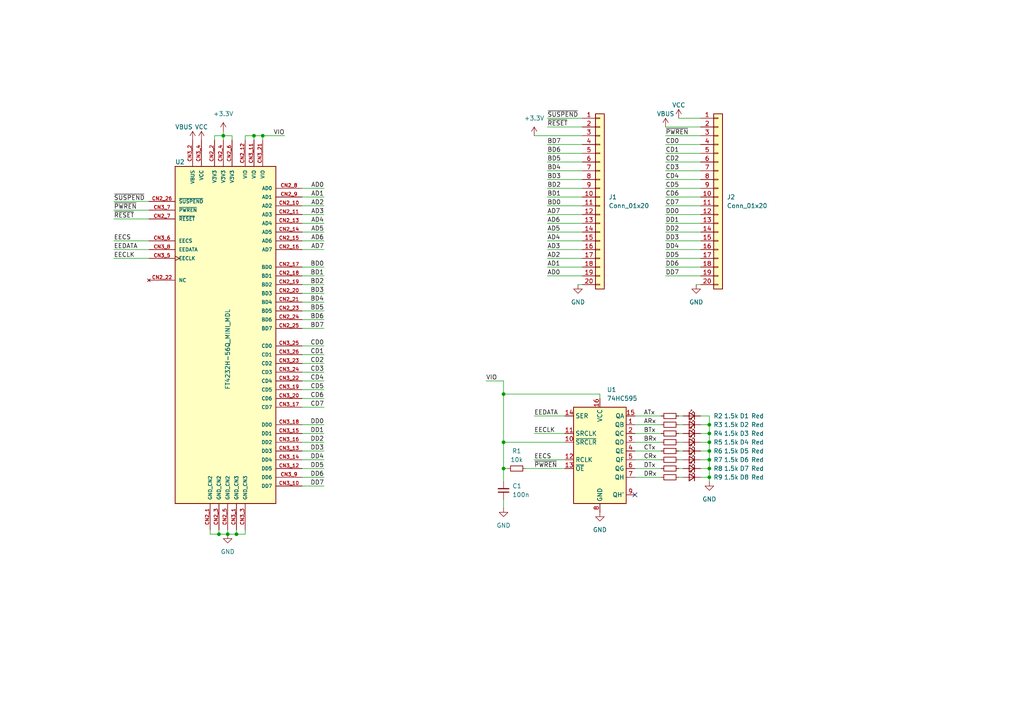
<source format=kicad_sch>
(kicad_sch (version 20211123) (generator eeschema)
  (paper "A4")
  (title_block (title "FT4232H Mini Module Breakout") (date "2023-06-19") (rev "A") (comment 2 "<REPO-URL>") (comment 3 "Licensed under CERN-OHL-W v2") (comment 4 "Copyright © 2022 Adrien Kohlbecker"))
  (lib_symbols
    (symbol "74xx:74HC595"
      (property "Reference" "U" (at -7.62 13.97 0))
      (property "Value" "74HC595" (at -7.62 -16.51 0))
      (symbol "74HC595_1_0"
        (pin tri_state line (at 10.16 7.62 180) (length 2.54) (name "QB") (number "1"))
        (pin input line (at -10.16 2.54 0) (length 2.54) (name "~{SRCLR}") (number "10"))
        (pin input line (at -10.16 5.08 0) (length 2.54) (name "SRCLK") (number "11"))
        (pin input line (at -10.16 -2.54 0) (length 2.54) (name "RCLK") (number "12"))
        (pin input line (at -10.16 -5.08 0) (length 2.54) (name "~{OE}") (number "13"))
        (pin input line (at -10.16 10.16 0) (length 2.54) (name "SER") (number "14"))
        (pin tri_state line (at 10.16 10.16 180) (length 2.54) (name "QA") (number "15"))
        (pin power_in line (at 0 15.24 270) (length 2.54) (name "VCC") (number "16"))
        (pin tri_state line (at 10.16 5.08 180) (length 2.54) (name "QC") (number "2"))
        (pin tri_state line (at 10.16 2.54 180) (length 2.54) (name "QD") (number "3"))
        (pin tri_state line (at 10.16 0 180) (length 2.54) (name "QE") (number "4"))
        (pin tri_state line (at 10.16 -2.54 180) (length 2.54) (name "QF") (number "5"))
        (pin tri_state line (at 10.16 -5.08 180) (length 2.54) (name "QG") (number "6"))
        (pin tri_state line (at 10.16 -7.62 180) (length 2.54) (name "QH") (number "7"))
        (pin power_in line (at 0 -17.78 90) (length 2.54) (name "GND") (number "8"))
        (pin output line (at 10.16 -12.7 180) (length 2.54) (name "QH'") (number "9"))
      )
      (symbol "74HC595_1_1"
        (rectangle (start -7.62 12.7) (end 7.62 -15.24) (stroke (width 0.254)) (fill (type background)))
      )
    )
    (symbol "Connector_Generic:Conn_01x20" (pin_names (offset 1.016) hide)
      (property "Reference" "J" (at 0 25.4 0))
      (property "Value" "Conn_01x20" (at 0 -27.94 0))
      (symbol "Conn_01x20_1_1"
        (rectangle (start -1.27 -25.273) (end 0 -25.527) (stroke (width 0.1524)))
        (rectangle (start -1.27 -22.733) (end 0 -22.987) (stroke (width 0.1524)))
        (rectangle (start -1.27 -20.193) (end 0 -20.447) (stroke (width 0.1524)))
        (rectangle (start -1.27 -17.653) (end 0 -17.907) (stroke (width 0.1524)))
        (rectangle (start -1.27 -15.113) (end 0 -15.367) (stroke (width 0.1524)))
        (rectangle (start -1.27 -12.573) (end 0 -12.827) (stroke (width 0.1524)))
        (rectangle (start -1.27 -10.033) (end 0 -10.287) (stroke (width 0.1524)))
        (rectangle (start -1.27 -7.493) (end 0 -7.747) (stroke (width 0.1524)))
        (rectangle (start -1.27 -4.953) (end 0 -5.207) (stroke (width 0.1524)))
        (rectangle (start -1.27 -2.413) (end 0 -2.667) (stroke (width 0.1524)))
        (rectangle (start -1.27 0.127) (end 0 -0.127) (stroke (width 0.1524)))
        (rectangle (start -1.27 2.667) (end 0 2.413) (stroke (width 0.1524)))
        (rectangle (start -1.27 5.207) (end 0 4.953) (stroke (width 0.1524)))
        (rectangle (start -1.27 7.747) (end 0 7.493) (stroke (width 0.1524)))
        (rectangle (start -1.27 10.287) (end 0 10.033) (stroke (width 0.1524)))
        (rectangle (start -1.27 12.827) (end 0 12.573) (stroke (width 0.1524)))
        (rectangle (start -1.27 15.367) (end 0 15.113) (stroke (width 0.1524)))
        (rectangle (start -1.27 17.907) (end 0 17.653) (stroke (width 0.1524)))
        (rectangle (start -1.27 20.447) (end 0 20.193) (stroke (width 0.1524)))
        (rectangle (start -1.27 22.987) (end 0 22.733) (stroke (width 0.1524)))
        (rectangle (start -1.27 24.13) (end 1.27 -26.67) (stroke (width 0.254)) (fill (type background)))
        (pin passive line (at -5.08 22.86 0) (length 3.81) (name "Pin_1") (number "1"))
        (pin passive line (at -5.08 0 0) (length 3.81) (name "Pin_10") (number "10"))
        (pin passive line (at -5.08 -2.54 0) (length 3.81) (name "Pin_11") (number "11"))
        (pin passive line (at -5.08 -5.08 0) (length 3.81) (name "Pin_12") (number "12"))
        (pin passive line (at -5.08 -7.62 0) (length 3.81) (name "Pin_13") (number "13"))
        (pin passive line (at -5.08 -10.16 0) (length 3.81) (name "Pin_14") (number "14"))
        (pin passive line (at -5.08 -12.7 0) (length 3.81) (name "Pin_15") (number "15"))
        (pin passive line (at -5.08 -15.24 0) (length 3.81) (name "Pin_16") (number "16"))
        (pin passive line (at -5.08 -17.78 0) (length 3.81) (name "Pin_17") (number "17"))
        (pin passive line (at -5.08 -20.32 0) (length 3.81) (name "Pin_18") (number "18"))
        (pin passive line (at -5.08 -22.86 0) (length 3.81) (name "Pin_19") (number "19"))
        (pin passive line (at -5.08 20.32 0) (length 3.81) (name "Pin_2") (number "2"))
        (pin passive line (at -5.08 -25.4 0) (length 3.81) (name "Pin_20") (number "20"))
        (pin passive line (at -5.08 17.78 0) (length 3.81) (name "Pin_3") (number "3"))
        (pin passive line (at -5.08 15.24 0) (length 3.81) (name "Pin_4") (number "4"))
        (pin passive line (at -5.08 12.7 0) (length 3.81) (name "Pin_5") (number "5"))
        (pin passive line (at -5.08 10.16 0) (length 3.81) (name "Pin_6") (number "6"))
        (pin passive line (at -5.08 7.62 0) (length 3.81) (name "Pin_7") (number "7"))
        (pin passive line (at -5.08 5.08 0) (length 3.81) (name "Pin_8") (number "8"))
        (pin passive line (at -5.08 2.54 0) (length 3.81) (name "Pin_9") (number "9"))
      )
    )
    (symbol "Device:C_Small" (pin_numbers hide) (pin_names (offset 0.254) hide)
      (property "Reference" "C" (at 0.254 1.778 0))
      (property "Value" "C_Small" (at 0.254 -2.032 0))
      (symbol "C_Small_0_1"
        (polyline (pts (xy -1.524 -0.508) (xy 1.524 -0.508)) (stroke (width 0.3302)))
        (polyline (pts (xy -1.524 0.508) (xy 1.524 0.508)) (stroke (width 0.3048)))
      )
      (symbol "C_Small_1_1"
        (pin passive line (at 0 2.54 270) (length 2.032) (name "~") (number "1"))
        (pin passive line (at 0 -2.54 90) (length 2.032) (name "~") (number "2"))
      )
    )
    (symbol "Device:LED_Small" (pin_numbers hide) (pin_names (offset 0.254) hide)
      (property "Reference" "D" (at -1.27 3.175 0))
      (property "Value" "LED_Small" (at -4.445 -2.54 0))
      (symbol "LED_Small_0_1"
        (polyline (pts (xy -0.762 -1.016) (xy -0.762 1.016)) (stroke (width 0.254)))
        (polyline (pts (xy 1.016 0) (xy -0.762 0)))
        (polyline (pts (xy 0.762 -1.016) (xy -0.762 0) (xy 0.762 1.016) (xy 0.762 -1.016)) (stroke (width 0.254)))
        (polyline (pts (xy 0 0.762) (xy -0.508 1.27) (xy -0.254 1.27) (xy -0.508 1.27) (xy -0.508 1.016)))
        (polyline (pts (xy 0.508 1.27) (xy 0 1.778) (xy 0.254 1.778) (xy 0 1.778) (xy 0 1.524)))
      )
      (symbol "LED_Small_1_1"
        (pin passive line (at -2.54 0 0) (length 1.778) (name "K") (number "1"))
        (pin passive line (at 2.54 0 180) (length 1.778) (name "A") (number "2"))
      )
    )
    (symbol "Device:R_Small" (pin_numbers hide) (pin_names (offset 0.254) hide)
      (property "Reference" "R" (at 0.762 0.508 0))
      (property "Value" "R_Small" (at 0.762 -1.016 0))
      (symbol "R_Small_0_1"
        (rectangle (start -0.762 1.778) (end 0.762 -1.778) (stroke (width 0.2032)))
      )
      (symbol "R_Small_1_1"
        (pin passive line (at 0 2.54 270) (length 0.762) (name "~") (number "1"))
        (pin passive line (at 0 -2.54 90) (length 0.762) (name "~") (number "2"))
      )
    )
    (symbol "ft4232h_mini_module:FT4232H-56Q_MINI_MDL" (pin_names (offset 1.016))
      (property "Reference" "U" (at -21.59 21.59 0))
      (property "Value" "FT4232H-56Q_MINI_MDL" (at 0 -36.83 90))
      (symbol "FT4232H-56Q_MINI_MDL_1_0"
        (rectangle (start -16.51 20.32) (end 12.7 -77.47) (stroke (width 0.254)) (fill (type background)))
        (pin power_out line (at -6.35 -85.09 90) (length 7.62) (name "GND_CN2") (number "CN2_1"))
        (pin bidirectional line (at 20.32 8.89 180) (length 7.62) (name "AD2") (number "CN2_10"))
        (pin bidirectional line (at 20.32 6.35 180) (length 7.62) (name "AD3") (number "CN2_11"))
        (pin power_out line (at 3.81 27.94 270) (length 7.62) (name "VIO") (number "CN2_12"))
        (pin bidirectional line (at 20.32 3.81 180) (length 7.62) (name "AD4") (number "CN2_13"))
        (pin bidirectional line (at 20.32 1.27 180) (length 7.62) (name "AD5") (number "CN2_14"))
        (pin bidirectional line (at 20.32 -1.27 180) (length 7.62) (name "AD6") (number "CN2_15"))
        (pin bidirectional line (at 20.32 -3.81 180) (length 7.62) (name "AD7") (number "CN2_16"))
        (pin bidirectional line (at 20.32 -8.89 180) (length 7.62) (name "BD0") (number "CN2_17"))
        (pin bidirectional line (at 20.32 -11.43 180) (length 7.62) (name "BD1") (number "CN2_18"))
        (pin bidirectional line (at 20.32 -13.97 180) (length 7.62) (name "BD2") (number "CN2_19"))
        (pin power_out line (at -5.08 27.94 270) (length 7.62) (name "V3V3") (number "CN2_2"))
        (pin bidirectional line (at 20.32 -16.51 180) (length 7.62) (name "BD3") (number "CN2_20"))
        (pin bidirectional line (at 20.32 -19.05 180) (length 7.62) (name "BD4") (number "CN2_21"))
        (pin no_connect line (at -24.13 -12.7 0) (length 7.62) (name "NC") (number "CN2_22"))
        (pin bidirectional line (at 20.32 -21.59 180) (length 7.62) (name "BD5") (number "CN2_23"))
        (pin bidirectional line (at 20.32 -24.13 180) (length 7.62) (name "BD6") (number "CN2_24"))
        (pin bidirectional line (at 20.32 -26.67 180) (length 7.62) (name "BD7") (number "CN2_25"))
        (pin output line (at -24.13 10.16 0) (length 7.62) (name "~{SUSPEND}") (number "CN2_26"))
        (pin passive line (at -3.81 -85.09 90) (length 7.62) (name "GND_CN2") (number "CN2_3"))
        (pin passive line (at -2.54 27.94 270) (length 7.62) (name "V3V3") (number "CN2_4"))
        (pin passive line (at -1.27 -85.09 90) (length 7.62) (name "GND_CN2") (number "CN2_5"))
        (pin passive line (at 0 27.94 270) (length 7.62) (name "V3V3") (number "CN2_6"))
        (pin input line (at -24.13 5.08 0) (length 7.62) (name "~{RESET}") (number "CN2_7"))
        (pin bidirectional line (at 20.32 13.97 180) (length 7.62) (name "AD0") (number "CN2_8"))
        (pin bidirectional line (at 20.32 11.43 180) (length 7.62) (name "AD1") (number "CN2_9"))
        (pin passive line (at 1.27 -85.09 90) (length 7.62) (name "GND_CN3") (number "CN3_1"))
        (pin bidirectional line (at 20.32 -72.39 180) (length 7.62) (name "DD7") (number "CN3_10"))
        (pin passive line (at 6.35 27.94 270) (length 7.62) (name "VIO") (number "CN3_11"))
        (pin bidirectional line (at 20.32 -67.31 180) (length 7.62) (name "DD5") (number "CN3_12"))
        (pin bidirectional line (at 20.32 -62.23 180) (length 7.62) (name "DD3") (number "CN3_13"))
        (pin bidirectional line (at 20.32 -64.77 180) (length 7.62) (name "DD4") (number "CN3_14"))
        (pin bidirectional line (at 20.32 -57.15 180) (length 7.62) (name "DD1") (number "CN3_15"))
        (pin bidirectional line (at 20.32 -59.69 180) (length 7.62) (name "DD2") (number "CN3_16"))
        (pin bidirectional line (at 20.32 -49.53 180) (length 7.62) (name "CD7") (number "CN3_17"))
        (pin bidirectional line (at 20.32 -54.61 180) (length 7.62) (name "DD0") (number "CN3_18"))
        (pin bidirectional line (at 20.32 -44.45 180) (length 7.62) (name "CD5") (number "CN3_19"))
        (pin power_out line (at -11.43 27.94 270) (length 7.62) (name "VBUS") (number "CN3_2"))
        (pin bidirectional line (at 20.32 -46.99 180) (length 7.62) (name "CD6") (number "CN3_20"))
        (pin passive line (at 8.89 27.94 270) (length 7.62) (name "VIO") (number "CN3_21"))
        (pin bidirectional line (at 20.32 -41.91 180) (length 7.62) (name "CD4") (number "CN3_22"))
        (pin bidirectional line (at 20.32 -36.83 180) (length 7.62) (name "CD2") (number "CN3_23"))
        (pin bidirectional line (at 20.32 -39.37 180) (length 7.62) (name "CD3") (number "CN3_24"))
        (pin bidirectional line (at 20.32 -31.75 180) (length 7.62) (name "CD0") (number "CN3_25"))
        (pin bidirectional line (at 20.32 -34.29 180) (length 7.62) (name "CD1") (number "CN3_26"))
        (pin passive line (at 3.81 -85.09 90) (length 7.62) (name "GND_CN3") (number "CN3_3"))
        (pin power_out line (at -8.89 27.94 270) (length 7.62) (name "VCC") (number "CN3_4"))
        (pin output clock (at -24.13 -6.35 0) (length 7.62) (name "EECLK") (number "CN3_5"))
        (pin output line (at -24.13 -1.27 0) (length 7.62) (name "EECS") (number "CN3_6"))
        (pin output line (at -24.13 7.62 0) (length 7.62) (name "~{PWREN}") (number "CN3_7"))
        (pin tri_state line (at -24.13 -3.81 0) (length 7.62) (name "EEDATA") (number "CN3_8"))
        (pin bidirectional line (at 20.32 -69.85 180) (length 7.62) (name "DD6") (number "CN3_9"))
      )
    )
    (symbol "power:+3.3V" (power) (pin_names (offset 0))
      (property "Value" "+3.3V" (at 0 3.556 0))
      (symbol "+3.3V_0_1"
        (polyline (pts (xy -0.762 1.27) (xy 0 2.54)))
        (polyline (pts (xy 0 0) (xy 0 2.54)))
        (polyline (pts (xy 0 2.54) (xy 0.762 1.27)))
      )
      (symbol "+3.3V_1_1"
        (pin power_in line (at 0 0 90) (length 0) hide (name "+3.3V") (number "1"))
      )
    )
    (symbol "power:GND" (power) (pin_names (offset 0))
      (property "Value" "GND" (at 0 -3.81 0))
      (symbol "GND_0_1"
        (polyline (pts (xy 0 0) (xy 0 -1.27) (xy 1.27 -1.27) (xy 0 -2.54) (xy -1.27 -1.27) (xy 0 -1.27)))
      )
      (symbol "GND_1_1"
        (pin power_in line (at 0 0 270) (length 0) hide (name "GND") (number "1"))
      )
    )
    (symbol "power:VBUS" (power) (pin_names (offset 0))
      (property "Value" "VBUS" (at 0 3.81 0))
      (symbol "VBUS_0_1"
        (polyline (pts (xy -0.762 1.27) (xy 0 2.54)))
        (polyline (pts (xy 0 0) (xy 0 2.54)))
        (polyline (pts (xy 0 2.54) (xy 0.762 1.27)))
      )
      (symbol "VBUS_1_1"
        (pin power_in line (at 0 0 90) (length 0) hide (name "VBUS") (number "1"))
      )
    )
    (symbol "power:VCC" (power) (pin_names (offset 0))
      (property "Value" "VCC" (at 0 3.81 0))
      (symbol "VCC_0_1"
        (polyline (pts (xy -0.762 1.27) (xy 0 2.54)))
        (polyline (pts (xy 0 0) (xy 0 2.54)))
        (polyline (pts (xy 0 2.54) (xy 0.762 1.27)))
      )
      (symbol "VCC_1_1"
        (pin power_in line (at 0 0 90) (length 0) hide (name "VCC") (number "1"))
      )
    )
  )
  (junction (at 66.04 154.94))
  (junction (at 146.05 128.27))
  (junction (at 205.74 125.73))
  (junction (at 76.2 39.37))
  (junction (at 68.58 154.94))
  (junction (at 73.66 39.37))
  (junction (at 205.74 130.81))
  (junction (at 205.74 123.19))
  (junction (at 64.77 39.37))
  (junction (at 205.74 135.89))
  (junction (at 205.74 133.35))
  (junction (at 146.05 135.89))
  (junction (at 63.5 154.94))
  (junction (at 205.74 138.43))
  (junction (at 205.74 128.27))
  (junction (at 146.05 114.3))
  (no_connect (at 184.15 143.51))
  (wire (pts (xy 184.15 133.35) (xy 191.77 133.35)))
  (wire (pts (xy 203.2 69.85) (xy 193.04 69.85)))
  (wire (pts (xy 87.63 95.25) (xy 93.98 95.25)))
  (wire (pts (xy 68.58 154.94) (xy 68.58 153.67)))
  (wire (pts (xy 146.05 128.27) (xy 146.05 135.89)))
  (wire (pts (xy 87.63 123.19) (xy 93.98 123.19)))
  (wire (pts (xy 87.63 115.57) (xy 93.98 115.57)))
  (wire (pts (xy 205.74 120.65) (xy 205.74 123.19)))
  (wire (pts (xy 87.63 77.47) (xy 93.98 77.47)))
  (wire (pts (xy 87.63 102.87) (xy 93.98 102.87)))
  (wire (pts (xy 73.66 39.37) (xy 73.66 40.64)))
  (wire (pts (xy 184.15 138.43) (xy 191.77 138.43)))
  (wire (pts (xy 168.91 44.45) (xy 158.75 44.45)))
  (wire (pts (xy 87.63 140.97) (xy 93.98 140.97)))
  (wire (pts (xy 87.63 67.31) (xy 93.98 67.31)))
  (wire (pts (xy 203.2 74.93) (xy 193.04 74.93)))
  (wire (pts (xy 203.2 57.15) (xy 193.04 57.15)))
  (wire (pts (xy 87.63 82.55) (xy 93.98 82.55)))
  (wire (pts (xy 203.2 49.53) (xy 193.04 49.53)))
  (wire (pts (xy 168.91 49.53) (xy 158.75 49.53)))
  (wire (pts (xy 146.05 144.78) (xy 146.05 147.32)))
  (wire (pts (xy 154.94 133.35) (xy 163.83 133.35)))
  (wire (pts (xy 33.02 58.42) (xy 43.18 58.42)))
  (wire (pts (xy 60.96 154.94) (xy 60.96 153.67)))
  (wire (pts (xy 168.91 64.77) (xy 158.75 64.77)))
  (wire (pts (xy 158.75 36.83) (xy 168.91 36.83)))
  (wire (pts (xy 87.63 80.01) (xy 93.98 80.01)))
  (wire (pts (xy 184.15 130.81) (xy 191.77 130.81)))
  (wire (pts (xy 63.5 154.94) (xy 60.96 154.94)))
  (wire (pts (xy 184.15 125.73) (xy 191.77 125.73)))
  (wire (pts (xy 146.05 110.49) (xy 146.05 114.3)))
  (wire (pts (xy 67.31 40.64) (xy 67.31 39.37)))
  (wire (pts (xy 196.85 130.81) (xy 198.12 130.81)))
  (wire (pts (xy 66.04 154.94) (xy 68.58 154.94)))
  (wire (pts (xy 203.2 82.55) (xy 201.93 82.55)))
  (wire (pts (xy 64.77 38.1) (xy 64.77 39.37)))
  (wire (pts (xy 203.2 120.65) (xy 205.74 120.65)))
  (wire (pts (xy 87.63 69.85) (xy 93.98 69.85)))
  (wire (pts (xy 71.12 154.94) (xy 71.12 153.67)))
  (wire (pts (xy 196.85 128.27) (xy 198.12 128.27)))
  (wire (pts (xy 203.2 46.99) (xy 193.04 46.99)))
  (wire (pts (xy 33.02 60.96) (xy 43.18 60.96)))
  (wire (pts (xy 168.91 59.69) (xy 158.75 59.69)))
  (wire (pts (xy 203.2 59.69) (xy 193.04 59.69)))
  (wire (pts (xy 146.05 114.3) (xy 173.99 114.3)))
  (wire (pts (xy 33.02 74.93) (xy 43.18 74.93)))
  (wire (pts (xy 87.63 130.81) (xy 93.98 130.81)))
  (wire (pts (xy 205.74 133.35) (xy 205.74 135.89)))
  (wire (pts (xy 184.15 128.27) (xy 191.77 128.27)))
  (wire (pts (xy 184.15 120.65) (xy 191.77 120.65)))
  (wire (pts (xy 87.63 105.41) (xy 93.98 105.41)))
  (wire (pts (xy 67.31 39.37) (xy 64.77 39.37)))
  (wire (pts (xy 154.94 125.73) (xy 163.83 125.73)))
  (wire (pts (xy 205.74 135.89) (xy 205.74 138.43)))
  (wire (pts (xy 203.2 62.23) (xy 193.04 62.23)))
  (wire (pts (xy 163.83 128.27) (xy 146.05 128.27)))
  (wire (pts (xy 82.55 39.37) (xy 76.2 39.37)))
  (wire (pts (xy 33.02 69.85) (xy 43.18 69.85)))
  (wire (pts (xy 203.2 77.47) (xy 193.04 77.47)))
  (wire (pts (xy 168.91 80.01) (xy 158.75 80.01)))
  (wire (pts (xy 76.2 39.37) (xy 76.2 40.64)))
  (wire (pts (xy 63.5 153.67) (xy 63.5 154.94)))
  (wire (pts (xy 205.74 138.43) (xy 205.74 139.7)))
  (wire (pts (xy 87.63 133.35) (xy 93.98 133.35)))
  (wire (pts (xy 196.85 135.89) (xy 198.12 135.89)))
  (wire (pts (xy 203.2 123.19) (xy 205.74 123.19)))
  (wire (pts (xy 168.91 57.15) (xy 158.75 57.15)))
  (wire (pts (xy 158.75 34.29) (xy 168.91 34.29)))
  (wire (pts (xy 87.63 138.43) (xy 93.98 138.43)))
  (wire (pts (xy 203.2 125.73) (xy 205.74 125.73)))
  (wire (pts (xy 168.91 62.23) (xy 158.75 62.23)))
  (wire (pts (xy 203.2 41.91) (xy 193.04 41.91)))
  (wire (pts (xy 62.23 39.37) (xy 62.23 40.64)))
  (wire (pts (xy 203.2 80.01) (xy 193.04 80.01)))
  (wire (pts (xy 196.85 138.43) (xy 198.12 138.43)))
  (wire (pts (xy 87.63 64.77) (xy 93.98 64.77)))
  (wire (pts (xy 203.2 72.39) (xy 193.04 72.39)))
  (wire (pts (xy 87.63 72.39) (xy 93.98 72.39)))
  (wire (pts (xy 168.91 41.91) (xy 158.75 41.91)))
  (wire (pts (xy 193.04 39.37) (xy 203.2 39.37)))
  (wire (pts (xy 146.05 135.89) (xy 146.05 139.7)))
  (wire (pts (xy 146.05 135.89) (xy 147.32 135.89)))
  (wire (pts (xy 196.85 125.73) (xy 198.12 125.73)))
  (wire (pts (xy 203.2 67.31) (xy 193.04 67.31)))
  (wire (pts (xy 33.02 63.5) (xy 43.18 63.5)))
  (wire (pts (xy 73.66 39.37) (xy 71.12 39.37)))
  (wire (pts (xy 203.2 54.61) (xy 193.04 54.61)))
  (wire (pts (xy 140.97 110.49) (xy 146.05 110.49)))
  (wire (pts (xy 66.04 154.94) (xy 63.5 154.94)))
  (wire (pts (xy 184.15 135.89) (xy 191.77 135.89)))
  (wire (pts (xy 64.77 39.37) (xy 62.23 39.37)))
  (wire (pts (xy 87.63 128.27) (xy 93.98 128.27)))
  (wire (pts (xy 87.63 125.73) (xy 93.98 125.73)))
  (wire (pts (xy 205.74 128.27) (xy 205.74 130.81)))
  (wire (pts (xy 196.85 123.19) (xy 198.12 123.19)))
  (wire (pts (xy 205.74 130.81) (xy 205.74 133.35)))
  (wire (pts (xy 87.63 87.63) (xy 93.98 87.63)))
  (wire (pts (xy 87.63 62.23) (xy 93.98 62.23)))
  (wire (pts (xy 87.63 92.71) (xy 93.98 92.71)))
  (wire (pts (xy 168.91 72.39) (xy 158.75 72.39)))
  (wire (pts (xy 205.74 123.19) (xy 205.74 125.73)))
  (wire (pts (xy 168.91 69.85) (xy 158.75 69.85)))
  (wire (pts (xy 168.91 67.31) (xy 158.75 67.31)))
  (wire (pts (xy 87.63 57.15) (xy 93.98 57.15)))
  (wire (pts (xy 87.63 113.03) (xy 93.98 113.03)))
  (wire (pts (xy 87.63 135.89) (xy 93.98 135.89)))
  (wire (pts (xy 203.2 133.35) (xy 205.74 133.35)))
  (wire (pts (xy 203.2 138.43) (xy 205.74 138.43)))
  (wire (pts (xy 154.94 120.65) (xy 163.83 120.65)))
  (wire (pts (xy 203.2 135.89) (xy 205.74 135.89)))
  (wire (pts (xy 196.85 120.65) (xy 198.12 120.65)))
  (wire (pts (xy 66.04 153.67) (xy 66.04 154.94)))
  (wire (pts (xy 87.63 54.61) (xy 93.98 54.61)))
  (wire (pts (xy 87.63 110.49) (xy 93.98 110.49)))
  (wire (pts (xy 203.2 130.81) (xy 205.74 130.81)))
  (wire (pts (xy 154.94 39.37) (xy 168.91 39.37)))
  (wire (pts (xy 168.91 46.99) (xy 158.75 46.99)))
  (wire (pts (xy 64.77 39.37) (xy 64.77 40.64)))
  (wire (pts (xy 146.05 114.3) (xy 146.05 128.27)))
  (wire (pts (xy 68.58 154.94) (xy 71.12 154.94)))
  (wire (pts (xy 205.74 125.73) (xy 205.74 128.27)))
  (wire (pts (xy 184.15 123.19) (xy 191.77 123.19)))
  (wire (pts (xy 203.2 44.45) (xy 193.04 44.45)))
  (wire (pts (xy 203.2 64.77) (xy 193.04 64.77)))
  (wire (pts (xy 33.02 72.39) (xy 43.18 72.39)))
  (wire (pts (xy 203.2 52.07) (xy 193.04 52.07)))
  (wire (pts (xy 87.63 100.33) (xy 93.98 100.33)))
  (wire (pts (xy 168.91 74.93) (xy 158.75 74.93)))
  (wire (pts (xy 87.63 90.17) (xy 93.98 90.17)))
  (wire (pts (xy 196.85 34.29) (xy 203.2 34.29)))
  (wire (pts (xy 71.12 39.37) (xy 71.12 40.64)))
  (wire (pts (xy 168.91 52.07) (xy 158.75 52.07)))
  (wire (pts (xy 87.63 118.11) (xy 93.98 118.11)))
  (wire (pts (xy 173.99 114.3) (xy 173.99 115.57)))
  (wire (pts (xy 168.91 77.47) (xy 158.75 77.47)))
  (wire (pts (xy 203.2 128.27) (xy 205.74 128.27)))
  (wire (pts (xy 152.4 135.89) (xy 163.83 135.89)))
  (wire (pts (xy 168.91 82.55) (xy 167.64 82.55)))
  (wire (pts (xy 193.04 36.83) (xy 203.2 36.83)))
  (wire (pts (xy 76.2 39.37) (xy 73.66 39.37)))
  (wire (pts (xy 87.63 107.95) (xy 93.98 107.95)))
  (wire (pts (xy 87.63 85.09) (xy 93.98 85.09)))
  (wire (pts (xy 87.63 59.69) (xy 93.98 59.69)))
  (wire (pts (xy 196.85 133.35) (xy 198.12 133.35)))
  (wire (pts (xy 168.91 54.61) (xy 158.75 54.61)))
  (label "CD2" (at 193.04 46.99 0))
  (label "CD2" (at 93.98 105.41 180))
  (label "EECLK" (at 33.02 74.93 0))
  (label "AD0" (at 158.75 80.01 0))
  (label "DD7" (at 93.98 140.97 180))
  (label "DD0" (at 193.04 62.23 0))
  (label "EEDATA" (at 33.02 72.39 0))
  (label "CTx" (at 186.69 130.81 0))
  (label "CD3" (at 193.04 49.53 0))
  (label "AD2" (at 158.75 74.93 0))
  (label "DTx" (at 186.69 135.89 0))
  (label "VIO" (at 140.97 110.49 0))
  (label "AD1" (at 93.98 57.15 180))
  (label "~{PWREN}" (at 154.94 135.89 0))
  (label "CD7" (at 193.04 59.69 0))
  (label "BD2" (at 158.75 54.61 0))
  (label "AD4" (at 158.75 69.85 0))
  (label "~{RESET}" (at 158.75 36.83 0))
  (label "CD1" (at 193.04 44.45 0))
  (label "BD4" (at 93.98 87.63 180))
  (label "AD3" (at 158.75 72.39 0))
  (label "CD0" (at 193.04 41.91 0))
  (label "CD4" (at 93.98 110.49 180))
  (label "CD5" (at 193.04 54.61 0))
  (label "DD2" (at 93.98 128.27 180))
  (label "DD0" (at 93.98 123.19 180))
  (label "CD3" (at 93.98 107.95 180))
  (label "BD5" (at 93.98 90.17 180))
  (label "EEDATA" (at 154.94 120.65 0))
  (label "VIO" (at 82.55 39.37 180))
  (label "BD6" (at 158.75 44.45 0))
  (label "AD4" (at 93.98 64.77 180))
  (label "BD7" (at 93.98 95.25 180))
  (label "BD6" (at 93.98 92.71 180))
  (label "AD6" (at 158.75 64.77 0))
  (label "AD3" (at 93.98 62.23 180))
  (label "EECS" (at 33.02 69.85 0))
  (label "BD0" (at 158.75 59.69 0))
  (label "BTx" (at 186.69 125.73 0))
  (label "CD1" (at 93.98 102.87 180))
  (label "AD7" (at 93.98 72.39 180))
  (label "CRx" (at 186.69 133.35 0))
  (label "ARx" (at 186.69 123.19 0))
  (label "BD3" (at 93.98 85.09 180))
  (label "BRx" (at 186.69 128.27 0))
  (label "DD5" (at 93.98 135.89 180))
  (label "DD2" (at 193.04 67.31 0))
  (label "BD3" (at 158.75 52.07 0))
  (label "CD0" (at 93.98 100.33 180))
  (label "DD4" (at 193.04 72.39 0))
  (label "CD5" (at 93.98 113.03 180))
  (label "DD5" (at 193.04 74.93 0))
  (label "DD3" (at 93.98 130.81 180))
  (label "AD5" (at 158.75 67.31 0))
  (label "BD2" (at 93.98 82.55 180))
  (label "~{SUSPEND}" (at 158.75 34.29 0))
  (label "BD1" (at 158.75 57.15 0))
  (label "~{PWREN}" (at 193.04 39.37 0))
  (label "CD6" (at 193.04 57.15 0))
  (label "DRx" (at 186.69 138.43 0))
  (label "DD3" (at 193.04 69.85 0))
  (label "DD6" (at 93.98 138.43 180))
  (label "EECLK" (at 154.94 125.73 0))
  (label "DD7" (at 193.04 80.01 0))
  (label "AD0" (at 93.98 54.61 180))
  (label "EECS" (at 154.94 133.35 0))
  (label "AD7" (at 158.75 62.23 0))
  (label "DD1" (at 193.04 64.77 0))
  (label "BD4" (at 158.75 49.53 0))
  (label "CD6" (at 93.98 115.57 180))
  (label "AD2" (at 93.98 59.69 180))
  (label "AD5" (at 93.98 67.31 180))
  (label "BD5" (at 158.75 46.99 0))
  (label "~{SUSPEND}" (at 33.02 58.42 0))
  (label "CD4" (at 193.04 52.07 0))
  (label "BD1" (at 93.98 80.01 180))
  (label "BD7" (at 158.75 41.91 0))
  (label "DD1" (at 93.98 125.73 180))
  (label "~{RESET}" (at 33.02 63.5 0))
  (label "~{PWREN}" (at 33.02 60.96 0))
  (label "CD7" (at 93.98 118.11 180))
  (label "DD4" (at 93.98 133.35 180))
  (label "DD6" (at 193.04 77.47 0))
  (label "AD1" (at 158.75 77.47 0))
  (label "ATx" (at 186.69 120.65 0))
  (label "BD0" (at 93.98 77.47 180))
  (label "AD6" (at 93.98 69.85 180))
  (symbol (lib_id "power:GND") (at 167.64 82.55 0) (mirror y) (unit 1)
    (property "Reference" "#PWR04" (effects hide))
    (property "Value" "GND" (at 167.64 87.63 0))
  )
  (symbol (lib_id "Device:R_Small") (at 194.31 123.19 90) (unit 1)
    (property "Reference" "R3" (at 208.28 123.19 90))
    (property "Value" "1.5k" (at 212.09 123.19 90))
    (property "Footprint" "Resistor_SMD:R_0805_2012Metric_Pad1.20x1.40mm_HandSolder" (effects hide))
  )
  (symbol (lib_id "Device:LED_Small") (at 200.66 133.35 0) (mirror y) (unit 1)
    (property "Reference" "D6" (at 215.9 133.35 0))
    (property "Value" "Red" (at 219.71 133.35 0))
    (property "Footprint" "LED_SMD:LED_0805_2012Metric_Pad1.15x1.40mm_HandSolder" (effects hide))
  )
  (symbol (lib_id "ft4232h_mini_module:FT4232H-56Q_MINI_MDL") (at 67.31 68.58 0) (unit 1)
    (property "Reference" "U2" (at 50.8 46.99 0) (effects (justify left)))
    (property "Value" "FT4232H-56Q_MINI_MDL" (at 66.04 113.03 90) (effects (justify left)))
    (property "Footprint" "ft4232h_mini_module:MODULE_FT4232H-56Q_MINI_MDL" (effects hide))
    (property "Datasheet" "https://nl.mouser.com/datasheet/2/163/DS_FT4232H-56Q_Mini_Module-1621263.pdf" (effects hide))
  )
  (symbol (lib_id "power:VCC") (at 58.42 40.64 0) (unit 1)
    (property "Reference" "#PWR0105" (effects hide))
    (property "Value" "VCC" (at 58.42 36.83 0))
  )
  (symbol (lib_id "Device:R_Small") (at 194.31 130.81 90) (unit 1)
    (property "Reference" "R6" (at 208.28 130.81 90))
    (property "Value" "1.5k" (at 212.09 130.81 90))
    (property "Footprint" "Resistor_SMD:R_0805_2012Metric_Pad1.20x1.40mm_HandSolder" (effects hide))
  )
  (symbol (lib_id "Device:R_Small") (at 194.31 135.89 90) (unit 1)
    (property "Reference" "R8" (at 208.28 135.89 90))
    (property "Value" "1.5k" (at 212.09 135.89 90))
    (property "Footprint" "Resistor_SMD:R_0805_2012Metric_Pad1.20x1.40mm_HandSolder" (effects hide))
  )
  (symbol (lib_id "Device:R_Small") (at 149.86 135.89 90) (mirror x) (unit 1)
    (property "Reference" "R1" (at 149.86 130.81 90))
    (property "Value" "10k" (at 149.86 133.35 90))
    (property "Footprint" "Resistor_SMD:R_0805_2012Metric_Pad1.20x1.40mm_HandSolder" (effects hide))
  )
  (symbol (lib_id "Device:LED_Small") (at 200.66 138.43 0) (mirror y) (unit 1)
    (property "Reference" "D8" (at 215.9 138.43 0))
    (property "Value" "Red" (at 219.71 138.43 0))
    (property "Footprint" "LED_SMD:LED_0805_2012Metric_Pad1.15x1.40mm_HandSolder" (effects hide))
  )
  (symbol (lib_id "Device:C_Small") (at 146.05 142.24 180) (unit 1)
    (property "Reference" "C1" (at 148.59 140.9635 0) (effects (justify right)))
    (property "Value" "100n" (at 148.59 143.5035 0) (effects (justify right)))
    (property "Footprint" "Capacitor_SMD:C_0805_2012Metric_Pad1.18x1.45mm_HandSolder" (effects hide))
  )
  (symbol (lib_id "Device:R_Small") (at 194.31 120.65 90) (unit 1)
    (property "Reference" "R2" (at 208.28 120.65 90))
    (property "Value" "1.5k" (at 212.09 120.65 90))
    (property "Footprint" "Resistor_SMD:R_0805_2012Metric_Pad1.20x1.40mm_HandSolder" (effects hide))
  )
  (symbol (lib_id "Device:LED_Small") (at 200.66 128.27 0) (mirror y) (unit 1)
    (property "Reference" "D4" (at 215.9 128.27 0))
    (property "Value" "Red" (at 219.71 128.27 0))
    (property "Footprint" "LED_SMD:LED_0805_2012Metric_Pad1.15x1.40mm_HandSolder" (effects hide))
  )
  (symbol (lib_id "Connector_Generic:Conn_01x20") (at 208.28 57.15 0) (unit 1)
    (property "Reference" "J2" (at 210.82 57.1499 0) (effects (justify left)))
    (property "Value" "Conn_01x20" (at 210.82 59.6899 0) (effects (justify left)))
    (property "Footprint" "Connector_PinHeader_2.54mm:PinHeader_1x20_P2.54mm_Vertical" (effects hide))
  )
  (symbol (lib_id "power:VCC") (at 196.85 34.29 0) (mirror y) (unit 1)
    (property "Reference" "#PWR06" (effects hide))
    (property "Value" "VCC" (at 196.85 30.48 0))
  )
  (symbol (lib_id "power:+3.3V") (at 154.94 39.37 0) (mirror y) (unit 1)
    (property "Reference" "#PWR03" (effects hide))
    (property "Value" "+3.3V" (at 154.94 34.29 0))
  )
  (symbol (lib_id "Device:LED_Small") (at 200.66 123.19 0) (mirror y) (unit 1)
    (property "Reference" "D2" (at 215.9 123.19 0))
    (property "Value" "Red" (at 219.71 123.19 0))
    (property "Footprint" "LED_SMD:LED_0805_2012Metric_Pad1.15x1.40mm_HandSolder" (effects hide))
  )
  (symbol (lib_id "power:VBUS") (at 55.88 40.64 0) (unit 1)
    (property "Reference" "#PWR0104" (effects hide))
    (property "Value" "VBUS" (at 53.34 36.83 0))
  )
  (symbol (lib_id "Connector_Generic:Conn_01x20") (at 173.99 57.15 0) (unit 1)
    (property "Reference" "J1" (at 176.53 57.1499 0) (effects (justify left)))
    (property "Value" "Conn_01x20" (at 176.53 59.6899 0) (effects (justify left)))
    (property "Footprint" "Connector_PinHeader_2.54mm:PinHeader_1x20_P2.54mm_Vertical" (effects hide))
  )
  (symbol (lib_id "Device:R_Small") (at 194.31 128.27 90) (unit 1)
    (property "Reference" "R5" (at 208.28 128.27 90))
    (property "Value" "1.5k" (at 212.09 128.27 90))
    (property "Footprint" "Resistor_SMD:R_0805_2012Metric_Pad1.20x1.40mm_HandSolder" (effects hide))
  )
  (symbol (lib_id "power:VBUS") (at 193.04 36.83 0) (mirror y) (unit 1)
    (property "Reference" "#PWR07" (effects hide))
    (property "Value" "VBUS" (at 193.04 33.02 0))
  )
  (symbol (lib_id "Device:LED_Small") (at 200.66 135.89 0) (mirror y) (unit 1)
    (property "Reference" "D7" (at 215.9 135.89 0))
    (property "Value" "Red" (at 219.71 135.89 0))
    (property "Footprint" "LED_SMD:LED_0805_2012Metric_Pad1.15x1.40mm_HandSolder" (effects hide))
  )
  (symbol (lib_id "power:+3.3V") (at 64.77 38.1 0) (unit 1)
    (property "Reference" "#PWR0103" (effects hide))
    (property "Value" "+3.3V" (at 64.77 33.02 0))
  )
  (symbol (lib_id "power:GND") (at 205.74 139.7 0) (unit 1)
    (property "Reference" "#PWR09" (effects hide))
    (property "Value" "GND" (at 205.74 144.78 0))
  )
  (symbol (lib_id "Device:LED_Small") (at 200.66 130.81 0) (mirror y) (unit 1)
    (property "Reference" "D5" (at 215.9 130.81 0))
    (property "Value" "Red" (at 219.71 130.81 0))
    (property "Footprint" "LED_SMD:LED_0805_2012Metric_Pad1.15x1.40mm_HandSolder" (effects hide))
  )
  (symbol (lib_id "power:GND") (at 201.93 82.55 0) (mirror y) (unit 1)
    (property "Reference" "#PWR08" (effects hide))
    (property "Value" "GND" (at 201.93 87.63 0))
  )
  (symbol (lib_id "Device:LED_Small") (at 200.66 125.73 0) (mirror y) (unit 1)
    (property "Reference" "D3" (at 215.9 125.73 0))
    (property "Value" "Red" (at 219.71 125.73 0))
    (property "Footprint" "LED_SMD:LED_0805_2012Metric_Pad1.15x1.40mm_HandSolder" (effects hide))
  )
  (symbol (lib_id "Device:LED_Small") (at 200.66 120.65 0) (mirror y) (unit 1)
    (property "Reference" "D1" (at 215.9 120.65 0))
    (property "Value" "Red" (at 219.71 120.65 0))
    (property "Footprint" "LED_SMD:LED_0805_2012Metric_Pad1.15x1.40mm_HandSolder" (effects hide))
  )
  (symbol (lib_id "power:GND") (at 173.99 148.59 0) (unit 1)
    (property "Reference" "#PWR05" (effects hide))
    (property "Value" "GND" (at 173.99 153.67 0))
  )
  (symbol (lib_id "power:GND") (at 146.05 147.32 0) (unit 1)
    (property "Reference" "#PWR02" (effects hide))
    (property "Value" "GND" (at 146.05 152.4 0))
  )
  (symbol (lib_id "Device:R_Small") (at 194.31 125.73 90) (unit 1)
    (property "Reference" "R4" (at 208.28 125.73 90))
    (property "Value" "1.5k" (at 212.09 125.73 90))
    (property "Footprint" "Resistor_SMD:R_0805_2012Metric_Pad1.20x1.40mm_HandSolder" (effects hide))
  )
  (symbol (lib_id "Device:R_Small") (at 194.31 133.35 90) (unit 1)
    (property "Reference" "R7" (at 208.28 133.35 90))
    (property "Value" "1.5k" (at 212.09 133.35 90))
    (property "Footprint" "Resistor_SMD:R_0805_2012Metric_Pad1.20x1.40mm_HandSolder" (effects hide))
  )
  (symbol (lib_id "Device:R_Small") (at 194.31 138.43 90) (unit 1)
    (property "Reference" "R9" (at 208.28 138.43 90))
    (property "Value" "1.5k" (at 212.09 138.43 90))
    (property "Footprint" "Resistor_SMD:R_0805_2012Metric_Pad1.20x1.40mm_HandSolder" (effects hide))
  )
  (symbol (lib_id "power:GND") (at 66.04 154.94 0) (unit 1)
    (property "Reference" "#PWR01" (effects hide))
    (property "Value" "GND" (at 66.04 160.02 0))
  )
  (symbol (lib_id "74xx:74HC595") (at 173.99 130.81 0) (unit 1)
    (property "Reference" "U1" (at 176.0094 113.03 0) (effects (justify left)))
    (property "Value" "74HC595" (at 176.0094 115.57 0) (effects (justify left)))
    (property "Footprint" "Package_SO:SOIC-16_3.9x9.9mm_P1.27mm" (effects hide))
    (property "Datasheet" "http://www.ti.com/lit/ds/symlink/sn74hc595.pdf" (effects hide))
  )
)
</source>
